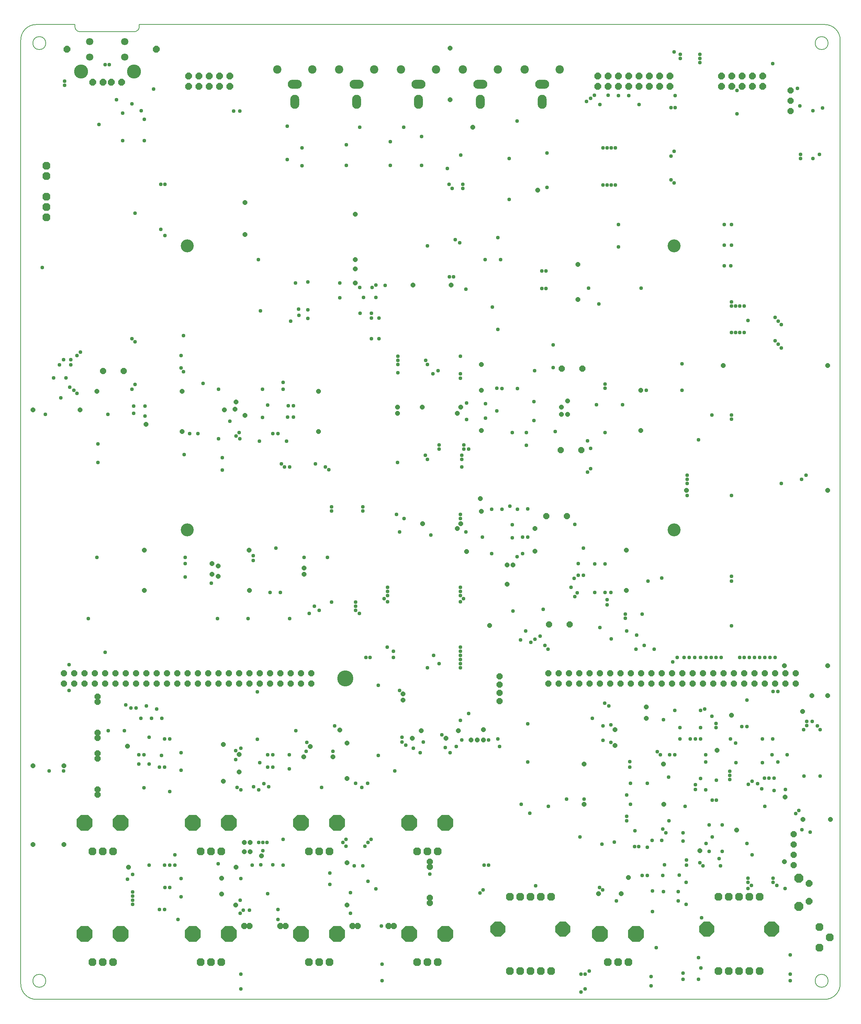
<source format=gbr>
G04 DesignSpark PCB PRO Gerber Version 9.0 Build 5138 *
G04 #@! TF.Part,Single*
G04 #@! TF.FileFunction,Soldermask,Bot *
G04 #@! TF.FilePolarity,Negative *
%FSLAX35Y35*%
%MOIN*%
G04 #@! TA.AperFunction,ComponentPad*
%ADD20O,0.08600X0.13600*%
G04 #@! TD.AperFunction*
%ADD13C,0.00500*%
G04 #@! TA.AperFunction,ViaPad*
%AMT15*0 Octagon Pad at angle 0*4,1,8,-0.00704,-0.01700,0.00704,-0.01700,0.01700,-0.00704,0.01700,0.00704,0.00704,0.01700,-0.00704,0.01700,-0.01700,0.00704,-0.01700,-0.00704,-0.00704,-0.01700,0*%
%ADD15T15*%
%AMT14*0 Octagon Pad at angle 0*4,1,8,-0.00952,-0.02300,0.00952,-0.02300,0.02300,-0.00952,0.02300,0.00952,0.00952,0.02300,-0.00952,0.02300,-0.02300,0.00952,-0.02300,-0.00952,-0.00952,-0.02300,0*%
%ADD14T14*%
G04 #@! TA.AperFunction,ComponentPad*
%AMT24*0 Octagon Pad at angle 0*4,1,8,-0.01200,-0.02900,0.01200,-0.02900,0.02900,-0.01200,0.02900,0.01200,0.01200,0.02900,-0.01200,0.02900,-0.02900,0.01200,-0.02900,-0.01200,-0.01200,-0.02900,0*%
%ADD24T24*%
G04 #@! TA.AperFunction,WasherPad*
%AMT18*0 Octagon Pad at angle 0*4,1,8,-0.01242,-0.03000,0.01242,-0.03000,0.03000,-0.01242,0.03000,0.01242,0.01242,0.03000,-0.01242,0.03000,-0.03000,0.01242,-0.03000,-0.01242,-0.01242,-0.03000,0*%
%ADD18T18*%
G04 #@! TA.AperFunction,ViaPad*
%AMT16*0 Octagon Pad at angle 0*4,1,8,-0.01366,-0.03300,0.01366,-0.03300,0.03300,-0.01366,0.03300,0.01366,0.01366,0.03300,-0.01366,0.03300,-0.03300,0.01366,-0.03300,-0.01366,-0.01366,-0.03300,0*%
%ADD16T16*%
G04 #@! TA.AperFunction,ComponentPad*
%ADD27C,0.07100*%
%ADD21C,0.08100*%
G04 #@! TA.AperFunction,WasherPad*
%ADD17C,0.12600*%
G04 #@! TA.AperFunction,ComponentPad*
%ADD19C,0.13600*%
%AMT70*0 Octagon Pad at angle 0*4,1,8,-0.01573,-0.03800,0.01573,-0.03800,0.03800,-0.01573,0.03800,0.01573,0.01573,0.03800,-0.01573,0.03800,-0.03800,0.01573,-0.03800,-0.01573,-0.01573,-0.03800,0*%
%ADD70T70*%
%ADD71O,0.13600X0.08600*%
%AMT25*0 Octagon Pad at angle 0*4,1,8,-0.01780,-0.04300,0.01780,-0.04300,0.04300,-0.01780,0.04300,0.01780,0.01780,0.04300,-0.01780,0.04300,-0.04300,0.01780,-0.04300,-0.01780,-0.01780,-0.04300,0*%
%ADD25T25*%
%AMT22*0 Octagon Pad at angle 0*4,1,8,-0.03023,-0.07300,0.03023,-0.07300,0.07300,-0.03023,0.07300,0.03023,0.03023,0.07300,-0.03023,0.07300,-0.07300,0.03023,-0.07300,-0.03023,-0.03023,-0.07300,0*%
%ADD22T22*%
%AMT23*0 Octagon Pad at angle 0*4,1,8,-0.03230,-0.07800,0.03230,-0.07800,0.07800,-0.03230,0.07800,0.03230,0.03230,0.07800,-0.03230,0.07800,-0.07800,0.03230,-0.07800,-0.03230,-0.03230,-0.07800,0*%
%ADD23T23*%
%ADD26C,0.15600*%
X0Y0D02*
D02*
D13*
X34750Y34350D02*
G75*
G03Y21750J-6300D01*
G01*
G75*
G03Y34350J6300*
G01*
Y943350D02*
G75*
G03Y930750J-6300D01*
G01*
G75*
G03Y943350J6300*
G01*
X793750Y34350D02*
G75*
G03Y21750J-6300D01*
G01*
G75*
G03Y34350J6300*
G01*
Y943350D02*
G75*
G03Y930750J-6300D01*
G01*
G75*
G03Y943350J6300*
G01*
X811750Y25050D02*
G75*
G02X796750Y10050I-15000D01*
G01*
X31750*
G75*
G02X16750Y25050J15000*
G01*
Y940050*
G75*
G02X31750Y955050I15000*
G01*
X69250*
Y953050*
G75*
G03X74250Y948050I5000*
G01*
X126750*
G75*
G03X131750Y953050J5000*
G01*
Y955050*
X796750*
G75*
G02X811750Y940050J-15000*
G01*
Y25050*
D02*
D14*
X28750Y160050D03*
Y236550D03*
Y581550D03*
X58750Y160050D03*
Y236550D03*
X74250Y581550D03*
X90750Y599550D03*
X120250Y255550D03*
X121250Y138050D03*
X136750Y406550D03*
Y445550D03*
X138250Y567550D03*
X173250Y560550D03*
Y599550D03*
X202250Y422050D03*
Y432550D03*
X208250Y420050D03*
Y430050D03*
X211750Y112050D03*
Y127550D03*
X213250Y221550D03*
Y257050D03*
X214250Y581550D03*
X224750Y582050D03*
X225250Y101550D03*
X225750Y138050D03*
Y589050D03*
X228750Y230550D03*
Y247550D03*
X233750Y153050D03*
Y162050D03*
X234250Y576050D03*
Y751550D03*
Y782550D03*
X238250Y445550D03*
X238750Y406550D03*
X239250Y153050D03*
Y162050D03*
X250250Y149050D03*
X291250Y245050D03*
X291750Y422050D03*
Y428050D03*
X297750Y255050D03*
X305750Y560550D03*
Y599550D03*
X319750Y245050D03*
X326250Y271050D03*
X333250Y101550D03*
Y142550D03*
Y224050D03*
Y258550D03*
X341250Y704550D03*
Y718050D03*
Y727050D03*
Y771050D03*
X382250Y578050D03*
Y584050D03*
X387750Y300050D03*
Y306050D03*
X396750Y263050D03*
X397250Y702550D03*
X405250Y270550D03*
X406250Y584050D03*
X406750Y471050D03*
X429250Y263050D03*
X433250Y882050D03*
Y932050D03*
X434250Y702550D03*
X440250Y466550D03*
Y578050D03*
X441250Y270550D03*
X443750Y471050D03*
Y584050D03*
X449250Y444050D03*
X453750Y261550D03*
X455250Y855550D03*
X459750Y261550D03*
X462750Y495550D03*
X463750Y483050D03*
Y561550D03*
Y600550D03*
Y625550D03*
X465750Y261550D03*
Y271550D03*
X471750Y372550D03*
X488750Y412550D03*
Y431050D03*
X494250D03*
X515750Y444550D03*
Y466550D03*
X518250Y794550D03*
X541250Y577050D03*
Y584050D03*
X547250Y577050D03*
Y590050D03*
X557250Y688550D03*
Y722550D03*
X563250Y199050D03*
Y238050D03*
X577250Y112550D03*
X593250Y256050D03*
Y271550D03*
X599250Y112550D03*
X604250Y406550D03*
Y445550D03*
X606250Y128050D03*
X618250Y561550D03*
Y600550D03*
X623750Y282550D03*
Y293550D03*
X640250Y238050D03*
X640750Y199050D03*
X662750Y503550D03*
X675750Y154050D03*
X692250Y251550D03*
X698250Y624550D03*
X706250Y285550D03*
X711250Y174050D03*
X757750Y143550D03*
Y333550D03*
X758250Y206050D03*
X775250Y289050D03*
X775750Y184550D03*
X784250Y304550D03*
X799750D03*
Y333550D03*
Y503550D03*
Y624550D03*
X802250Y184550D03*
D02*
D15*
X37750Y719550D03*
X40750Y577050D03*
X44250Y231550D03*
X48750Y612550D03*
X54250Y625050D03*
X55750Y593050D03*
X58250Y231550D03*
Y630050D03*
X59250Y896050D03*
Y900050D03*
X60750Y612550D03*
X63750Y309550D03*
Y334550D03*
X64250Y603550D03*
X65250Y625050D03*
Y630050D03*
X68250Y600550D03*
X71250Y597550D03*
Y634050D03*
X74750Y637550D03*
X82250Y379050D03*
X90750Y438550D03*
X91750Y530550D03*
Y548550D03*
X92750Y858050D03*
X98750Y346550D03*
Y916050D03*
X101250Y577050D03*
X101750Y270550D03*
X102750Y916050D03*
X109750Y882050D03*
X115750Y842550D03*
Y869050D03*
X117250Y270550D03*
X118750Y295550D03*
X120250Y126550D03*
X123750Y292550D03*
X124750Y601550D03*
Y650550D03*
Y878050D03*
X125250Y102050D03*
Y106050D03*
Y110050D03*
Y114050D03*
Y131050D03*
X126250Y578050D03*
Y585050D03*
X127750Y606050D03*
Y647550D03*
Y772050D03*
X128750Y292550D03*
X131250Y238050D03*
Y247050D03*
X133250Y282550D03*
X133750Y871550D03*
X136250Y215050D03*
Y247050D03*
X136750Y842550D03*
Y863050D03*
X137250Y575550D03*
Y585050D03*
X138750Y294550D03*
X141250Y140050D03*
Y238050D03*
Y264050D03*
X143750Y282550D03*
X145750Y892550D03*
X148750Y291550D03*
X151250Y97050D03*
Y235050D03*
X152750Y756550D03*
Y800050D03*
X153250Y246550D03*
X153750Y282550D03*
X156250Y97050D03*
Y140050D03*
Y235050D03*
Y262550D03*
X156750Y118550D03*
Y750550D03*
Y800050D03*
X161250Y118550D03*
Y140050D03*
Y211550D03*
Y262550D03*
X166250Y140050D03*
Y150050D03*
X169250Y87550D03*
X172250Y109550D03*
Y127050D03*
Y232050D03*
Y249050D03*
Y622050D03*
Y634050D03*
X174750Y618550D03*
Y653550D03*
X175250Y538050D03*
X176250Y419550D03*
Y432550D03*
Y438550D03*
X180750Y558550D03*
X188750D03*
X193750Y607050D03*
X201750Y413550D03*
X207750Y379050D03*
X208250Y141550D03*
X208750Y553550D03*
Y601550D03*
X212250Y523050D03*
Y535050D03*
X219750Y570550D03*
X223250Y871050D03*
X225250Y242550D03*
Y251050D03*
X225750Y556050D03*
X226750Y215550D03*
X228750Y559550D03*
X229250Y553550D03*
Y871050D03*
X229750Y93550D03*
Y106050D03*
X230250Y20050D03*
Y34550D03*
Y127050D03*
Y213050D03*
Y253550D03*
X232750Y96550D03*
X237250Y379050D03*
X238750Y96550D03*
X241250Y140050D03*
X242250Y435550D03*
Y440050D03*
X242750Y216050D03*
X246250Y262050D03*
Y308050D03*
X247250Y727050D03*
X247750Y162050D03*
Y213050D03*
X248250Y551050D03*
X248750Y239550D03*
X249250Y677550D03*
X249750Y140550D03*
X251250Y574050D03*
Y601550D03*
X251750Y154050D03*
Y162050D03*
X252750Y219050D03*
X255750Y162050D03*
X256181Y247050D03*
X256250Y112550D03*
Y235050D03*
Y586050D03*
X257250Y216050D03*
X258750Y404550D03*
X261250Y140550D03*
Y235050D03*
Y247050D03*
Y558550D03*
X264250Y447550D03*
X266250Y87550D03*
Y97050D03*
Y558550D03*
X268750Y404550D03*
X269750Y529050D03*
X271250Y140050D03*
Y165050D03*
Y601550D03*
Y608050D03*
X272750Y526050D03*
X274750Y551050D03*
X275250Y824050D03*
Y856550D03*
X275750Y574550D03*
X276250Y585550D03*
X277250Y233550D03*
Y247050D03*
X277750Y379050D03*
Y526050D03*
X278750Y667550D03*
X281250Y574550D03*
Y585550D03*
X283250Y704550D03*
X283750Y270550D03*
X286250Y679050D03*
X286750Y673050D03*
X289750Y818050D03*
Y835550D03*
X291750Y438550D03*
X293750Y250550D03*
X294250Y259050D03*
X295250Y670050D03*
Y678550D03*
Y705550D03*
X296750Y384050D03*
X301750Y391050D03*
X302750Y529050D03*
X306250Y387050D03*
X308750Y215550D03*
X312250Y526050D03*
X314250Y438550D03*
X315750Y523550D03*
X316750Y121550D03*
Y132550D03*
X318250Y395050D03*
Y483550D03*
Y487550D03*
X319750Y250550D03*
X321250Y275050D03*
X326250Y690050D03*
Y704550D03*
X329250Y162050D03*
X332250Y158550D03*
Y165050D03*
X332750Y818550D03*
Y838550D03*
X336750Y93550D03*
Y113550D03*
X340250Y139550D03*
X341750Y219550D03*
Y387050D03*
Y391050D03*
Y395050D03*
X345250Y384050D03*
X345750Y700050D03*
Y855550D03*
X346010Y675047D03*
X347750Y215550D03*
X348750Y139550D03*
Y483550D03*
Y487550D03*
X349250Y690550D03*
X350750Y158550D03*
X351750Y341550D03*
X353250Y219550D03*
X353750Y124550D03*
Y162050D03*
X355750Y341550D03*
X356750Y165050D03*
X357010Y650544D03*
Y670544D03*
Y675047D03*
X357750Y700050D03*
X361250Y117050D03*
Y690550D03*
Y702550D03*
X363750Y246550D03*
Y314550D03*
X364250Y650544D03*
Y670544D03*
X366750Y81050D03*
X367250Y28050D03*
Y44050D03*
X369250Y398550D03*
X370250Y702050D03*
X372250Y351550D03*
X372750Y395550D03*
Y401550D03*
Y405550D03*
Y409550D03*
X375250Y818550D03*
Y841550D03*
X378250Y341550D03*
Y347550D03*
X379750Y231550D03*
X381250Y480050D03*
X382250Y530550D03*
X382750Y617550D03*
Y625550D03*
Y629550D03*
Y633550D03*
X384250Y309550D03*
Y463050D03*
X386750Y259550D03*
Y264050D03*
X388250Y855550D03*
X388750Y476050D03*
X390250Y256550D03*
X397750Y253550D03*
X404250Y249050D03*
X405750Y818550D03*
Y846550D03*
X407250Y259550D03*
X409250Y537550D03*
X409750Y629550D03*
X411250Y331550D03*
Y533550D03*
Y625550D03*
Y740550D03*
X413750Y131550D03*
X414750Y460050D03*
X416750Y616550D03*
X417250Y343550D03*
X421750Y619550D03*
X422750Y335550D03*
Y543550D03*
Y547550D03*
X425250Y266550D03*
X428750Y254050D03*
X430750Y815550D03*
X432250Y800050D03*
X432750Y710550D03*
X433250Y249050D03*
X435250Y796050D03*
X436750Y710550D03*
X438250Y746550D03*
X439250Y255050D03*
X442750Y743550D03*
X443250Y280550D03*
Y331550D03*
Y335550D03*
Y339550D03*
Y343550D03*
Y347550D03*
Y351550D03*
Y395550D03*
Y401550D03*
Y405550D03*
Y409550D03*
Y476050D03*
Y480050D03*
Y612050D03*
Y616550D03*
Y633550D03*
X443750Y828550D03*
X444750Y261550D03*
Y526050D03*
Y533550D03*
Y537550D03*
X445750Y796050D03*
Y800050D03*
X446250Y398550D03*
X446750Y543550D03*
Y547550D03*
X448750Y463050D03*
Y698550D03*
X449250Y572050D03*
Y588050D03*
X451250Y287050D03*
Y543550D03*
X462250Y113050D03*
X464750Y458050D03*
X465250Y116050D03*
X466250Y140050D03*
X467250Y727050D03*
X467750Y573550D03*
Y587550D03*
X470750Y140050D03*
Y261550D03*
X473750Y442050D03*
Y485050D03*
X474250Y681050D03*
X478750Y580550D03*
Y602550D03*
X479750Y262550D03*
Y659550D03*
Y748550D03*
X481250Y255050D03*
X482250Y727050D03*
X483750Y485050D03*
Y602050D03*
X490750Y785550D03*
Y825050D03*
X491250Y488050D03*
X493750Y457550D03*
Y470050D03*
Y559550D03*
X494250Y386550D03*
X498250Y439050D03*
Y861550D03*
X498750Y485050D03*
Y602050D03*
X501750Y358550D03*
X502250Y199050D03*
X503750Y442050D03*
Y458050D03*
X506750Y367050D03*
X507250Y547050D03*
Y559550D03*
X508750Y240050D03*
Y277050D03*
Y458050D03*
Y485550D03*
X510750Y190550D03*
X511750Y356050D03*
X514750Y571050D03*
Y589550D03*
X515250Y619550D03*
X515750Y359050D03*
X516250Y120050D03*
X520750Y362050D03*
X522250Y699050D03*
Y716050D03*
X523750Y388050D03*
X525250Y353050D03*
X526250Y699050D03*
Y716050D03*
X527250Y797050D03*
Y830550D03*
X528250Y349550D03*
X528750Y197050D03*
X533250Y622550D03*
Y644550D03*
X535250Y560550D03*
X546250Y204050D03*
X550750Y409550D03*
X553750Y418050D03*
X554250Y400550D03*
Y470550D03*
X556750Y404050D03*
X557750Y421050D03*
Y432550D03*
X559250Y167550D03*
X560250Y17050D03*
Y34550D03*
X562750Y421050D03*
Y447550D03*
X563250Y204050D03*
X564250Y20050D03*
Y34550D03*
X565750Y880550D03*
X566750Y521050D03*
Y551550D03*
X567750Y699550D03*
X568250Y37550D03*
X569750Y524550D03*
Y544050D03*
Y883550D03*
X571250Y282550D03*
X573250Y886550D03*
X573750Y404550D03*
Y432050D03*
X575250Y586550D03*
X577750Y684050D03*
X578250Y118550D03*
X578750Y370550D03*
Y877550D03*
X580750Y160550D03*
X581250Y116050D03*
X581750Y261050D03*
Y275050D03*
Y799550D03*
Y835550D03*
X583250Y297050D03*
X583750Y404550D03*
Y432050D03*
Y559550D03*
Y602550D03*
Y606550D03*
X585750Y392550D03*
Y397550D03*
Y799550D03*
Y835550D03*
X586750Y886550D03*
X587250Y294550D03*
X589250Y259050D03*
Y276050D03*
Y404550D03*
X589750Y359550D03*
Y799550D03*
Y835550D03*
X592750Y162550D03*
X593750Y799550D03*
Y835550D03*
X594750Y105550D03*
X596750Y739550D03*
Y761050D03*
Y886050D03*
X600750Y586550D03*
X603250Y379550D03*
Y383550D03*
X604750Y183050D03*
Y187550D03*
Y208050D03*
Y367050D03*
X606750Y886050D03*
X607750Y235050D03*
Y240550D03*
X608250Y199050D03*
Y219550D03*
X612250Y158050D03*
X612750Y173550D03*
X613750Y349550D03*
X614250Y363050D03*
X616250Y158050D03*
X616750Y877550D03*
X618750Y699550D03*
X619750Y130050D03*
Y383550D03*
X621750Y353050D03*
X623750Y600550D03*
X624750Y130050D03*
Y157550D03*
Y219550D03*
X625250Y415550D03*
X628250Y23050D03*
Y32050D03*
X629250Y164050D03*
X629750Y95050D03*
Y115050D03*
X631250Y349550D03*
X633250Y60050D03*
X634250Y250050D03*
X637250Y247050D03*
X638750Y164050D03*
Y418550D03*
X639750Y130050D03*
Y175050D03*
X640250Y114550D03*
Y281050D03*
X641250Y140550D03*
X642750Y171550D03*
X645250Y225550D03*
X645750Y183050D03*
X646250Y247050D03*
X647750Y804550D03*
Y827550D03*
Y874550D03*
X649250Y337050D03*
X650750Y801550D03*
Y832050D03*
Y928550D03*
X651250Y247050D03*
Y290050D03*
X651750Y874550D03*
Y886050D03*
X653750Y341550D03*
X654750Y105550D03*
Y114550D03*
X655750Y130550D03*
X656250Y262550D03*
Y273550D03*
X656750Y922050D03*
Y926050D03*
X658250Y600550D03*
Y626050D03*
X659250Y29550D03*
Y35550D03*
Y163550D03*
Y171550D03*
X660250Y341550D03*
X661250Y197050D03*
X662250Y102050D03*
Y123550D03*
X662750Y140050D03*
Y145050D03*
X663250Y498550D03*
Y510050D03*
Y514050D03*
Y518050D03*
X665250Y341550D03*
X666250Y262550D03*
X670750Y341550D03*
X671250Y213550D03*
Y218050D03*
Y262550D03*
X674250Y29550D03*
Y50550D03*
Y552550D03*
X675750Y142550D03*
Y918050D03*
Y922050D03*
Y926050D03*
X676250Y224050D03*
Y262550D03*
Y273550D03*
Y290050D03*
Y341550D03*
X676750Y40550D03*
X677250Y89050D03*
X678750Y139550D03*
X680250Y291550D03*
X681250Y213050D03*
Y240050D03*
Y247050D03*
X681750Y161050D03*
Y341550D03*
X684750Y153550D03*
Y179050D03*
X686750Y341550D03*
X687250Y284550D03*
Y576550D03*
X687750Y167550D03*
Y203050D03*
X691250Y273550D03*
Y277550D03*
Y341550D03*
X691750Y203050D03*
Y222550D03*
X694250Y146550D03*
X695750Y139550D03*
X696250Y341550D03*
X697250Y153550D03*
Y179050D03*
X699250Y721050D03*
Y741050D03*
Y761050D03*
X704750Y223050D03*
Y227050D03*
Y231050D03*
X705250Y262550D03*
X705750Y721050D03*
X706250Y372050D03*
Y415550D03*
Y420050D03*
Y498550D03*
Y572550D03*
Y576550D03*
Y656550D03*
Y682050D03*
Y686050D03*
Y741050D03*
Y761050D03*
X710250Y258550D03*
Y656550D03*
Y682050D03*
X710750Y239550D03*
X711750Y868550D03*
Y891050D03*
X714250Y341550D03*
Y656550D03*
Y682050D03*
X716250Y274550D03*
X718750Y341550D03*
Y656550D03*
Y682050D03*
X721250Y161050D03*
Y274550D03*
Y300050D03*
X722250Y117550D03*
Y123550D03*
Y127550D03*
Y668050D03*
X722750Y218550D03*
X723750Y341550D03*
X725750Y120550D03*
X726250Y150050D03*
Y221550D03*
X728750Y341550D03*
X731750Y219050D03*
X733750Y341550D03*
X735750Y214050D03*
X736250Y239550D03*
Y262550D03*
X738250Y224550D03*
X738750Y197050D03*
Y341550D03*
X742750Y224550D03*
X743750Y341550D03*
X745750Y247050D03*
X746250Y262550D03*
Y917050D03*
X746750Y123550D03*
Y127550D03*
Y308550D03*
X747750Y212550D03*
Y224550D03*
X748750Y341550D03*
Y648550D03*
Y671050D03*
X750250Y120550D03*
X751250Y240050D03*
Y308550D03*
X751750Y645050D03*
Y667550D03*
X754750Y510050D03*
Y641550D03*
Y664050D03*
X758250Y117550D03*
X758750Y213550D03*
X760250Y247050D03*
X763250Y28050D03*
Y34550D03*
Y53050D03*
X768750Y190050D03*
X770250Y893050D03*
X771750Y193050D03*
X772750Y876050D03*
X773250Y825050D03*
Y829050D03*
X774250Y514050D03*
X774750Y174550D03*
X776250Y271550D03*
X776750Y226550D03*
X778750Y518050D03*
X779250Y275550D03*
Y279550D03*
X782750Y172050D03*
X784750Y279550D03*
X785250Y825050D03*
Y871550D03*
X789750Y275050D03*
X791750Y829050D03*
X792250Y226550D03*
Y271550D03*
X794750Y874050D03*
D02*
D16*
X61750Y931050D03*
X86750Y899050D03*
X96750D03*
X104750D03*
X114750D03*
X148250Y931050D03*
X179750Y895050D03*
Y905050D03*
X189750Y895050D03*
Y905050D03*
X199750Y895050D03*
Y905050D03*
X209750Y895050D03*
Y905050D03*
X219750Y895050D03*
Y905050D03*
X576750Y895050D03*
Y905050D03*
X586750Y895050D03*
Y905050D03*
X596750Y895050D03*
Y905050D03*
X606750Y895050D03*
Y905050D03*
X616750Y895050D03*
Y905050D03*
X626750Y895050D03*
Y905050D03*
X636750Y895050D03*
Y905050D03*
X646750Y895050D03*
Y905050D03*
X696750Y895050D03*
Y905050D03*
X706750Y895050D03*
Y905050D03*
X716750Y895050D03*
Y905050D03*
X726750Y895050D03*
Y905050D03*
X736750Y895050D03*
Y905050D03*
X781750Y105050D03*
Y122550D03*
D02*
D17*
X178250Y465050D03*
Y740550D03*
X650750Y465050D03*
Y740550D03*
D02*
D18*
X58750Y316050D03*
Y326050D03*
X68750Y316050D03*
Y326050D03*
X78750Y316050D03*
Y326050D03*
X88750Y316050D03*
Y326050D03*
X91250Y208550D03*
Y213550D03*
Y243550D03*
Y248550D03*
Y263550D03*
Y268550D03*
Y298550D03*
Y303550D03*
X96750Y619050D03*
X98750Y316050D03*
Y326050D03*
X108750Y316050D03*
Y326050D03*
X116750Y619050D03*
X118750Y316050D03*
Y326050D03*
X128750Y316050D03*
Y326050D03*
X138750Y316050D03*
Y326050D03*
X148750Y316050D03*
Y326050D03*
X158750Y316050D03*
Y326050D03*
X168750Y316050D03*
Y326050D03*
X178750Y316050D03*
Y326050D03*
X188750Y316050D03*
Y326050D03*
X198750Y316050D03*
Y326050D03*
X208750Y316050D03*
Y326050D03*
X218750Y316050D03*
Y326050D03*
X228750Y316050D03*
Y326050D03*
X233750Y81050D03*
X238750D03*
Y316050D03*
Y326050D03*
X248750Y316050D03*
Y326050D03*
X258750Y316050D03*
Y326050D03*
X268750Y81050D03*
Y316050D03*
Y326050D03*
X273750Y81050D03*
X278750Y316050D03*
Y326050D03*
X288750Y316050D03*
Y326050D03*
X298750Y316050D03*
Y326050D03*
X338750Y81050D03*
X343750D03*
X373750D03*
X378750D03*
X413750Y103550D03*
Y108550D03*
Y138550D03*
Y143550D03*
X526750Y478550D03*
X528750Y316050D03*
Y326050D03*
X529250Y373550D03*
X538750Y316050D03*
Y326050D03*
X540750Y542550D03*
X541750Y621550D03*
X546750Y478550D03*
X548750Y316050D03*
Y326050D03*
X549250Y373550D03*
X558750Y316050D03*
Y326050D03*
X560750Y542550D03*
X561750Y621550D03*
X568750Y316050D03*
Y326050D03*
X578750Y316050D03*
Y326050D03*
X588750Y316050D03*
Y326050D03*
X598750Y316050D03*
Y326050D03*
X608750Y316050D03*
Y326050D03*
X618750Y316050D03*
Y326050D03*
X628750Y316050D03*
Y326050D03*
X638750Y316050D03*
Y326050D03*
X648750Y316050D03*
Y326050D03*
X658750Y316050D03*
Y326050D03*
X668750Y316050D03*
Y326050D03*
X678750Y316050D03*
Y326050D03*
X688750Y316050D03*
Y326050D03*
X698750Y316050D03*
Y326050D03*
X708750Y316050D03*
Y326050D03*
X718750Y316050D03*
Y326050D03*
X728750Y316050D03*
Y326050D03*
X738750Y316050D03*
Y326050D03*
X748750Y316050D03*
Y326050D03*
X758750Y316050D03*
Y326050D03*
X763750Y871050D03*
Y881050D03*
Y891050D03*
X766750Y140050D03*
Y150050D03*
Y160050D03*
Y170050D03*
X768750Y316050D03*
Y326050D03*
D02*
D19*
X75250Y909550D03*
X126750D03*
D02*
D70*
X41750Y768050D03*
Y778050D03*
Y788050D03*
Y808050D03*
Y818050D03*
X86250Y46050D03*
Y153550D03*
X96250Y46050D03*
Y153550D03*
X106250Y46050D03*
Y153550D03*
X191250Y46050D03*
Y153550D03*
X201250Y46050D03*
Y153550D03*
X211250Y46050D03*
Y153550D03*
X296250Y46050D03*
Y153550D03*
X306250Y46050D03*
Y153550D03*
X316250Y46050D03*
Y153550D03*
X401250Y46050D03*
Y153550D03*
X411250Y46050D03*
Y153550D03*
X421250Y46050D03*
Y153550D03*
X491250Y37550D03*
Y109550D03*
X501250Y37550D03*
Y109550D03*
X511250Y37550D03*
Y109550D03*
X521250Y37550D03*
Y109550D03*
X531250Y37550D03*
Y109550D03*
X586250Y46050D03*
X596250D03*
X606250D03*
X693750Y37550D03*
Y109550D03*
X703750Y37550D03*
Y109550D03*
X713750Y37550D03*
Y109550D03*
X723750Y37550D03*
Y109550D03*
X733750Y37550D03*
Y109550D03*
X791750Y60050D03*
Y80050D03*
X801750Y70050D03*
D02*
D71*
X282750Y897050D03*
X342750D03*
X402750D03*
X462750D03*
X522750D03*
D02*
D20*
X282750Y880050D03*
X342750D03*
X402750D03*
X462750D03*
X522750D03*
D02*
D21*
X265750Y911550D03*
X299750D03*
X325750D03*
X359750D03*
X385750D03*
X419750D03*
X445750D03*
X479750D03*
X505750D03*
X539750D03*
D02*
D22*
X479750Y78050D03*
X542750D03*
X682250D03*
X745250D03*
D02*
D23*
X78750Y73550D03*
Y181050D03*
X113750Y73550D03*
Y181050D03*
X183750Y73550D03*
Y181050D03*
X218750Y73550D03*
Y181050D03*
X288750Y73550D03*
Y181050D03*
X323750Y73550D03*
Y181050D03*
X393750Y73550D03*
Y181050D03*
X428750Y73550D03*
Y181050D03*
X578750Y73550D03*
X613750D03*
D02*
D24*
X481250Y299050D03*
Y307050D03*
Y315050D03*
Y323050D03*
D02*
D25*
X771750Y100050D03*
Y127550D03*
D02*
D26*
X331750Y321050D03*
D02*
D27*
X83750Y923550D03*
Y938550D03*
X117750Y923550D03*
Y938550D03*
X0Y0D02*
M02*

</source>
